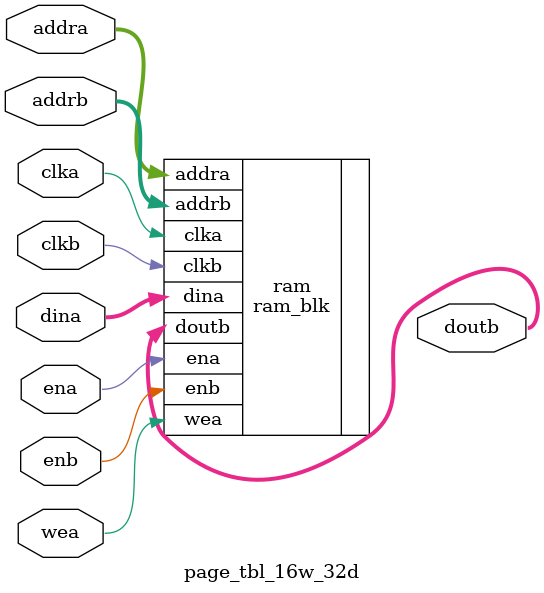
<source format=v>

module page_tbl_16w_32d #(
    parameter ADDR_BITS = 5,
    parameter DATA_BITS = 16
)
(
    input [(ADDR_BITS - 1):0] addra,
    input clka,
    input [(DATA_BITS - 1):0] dina,
    input ena,
    input wea,

    input [(ADDR_BITS - 1):0] addrb,
    input clkb,
    output [(DATA_BITS - 1):0] doutb,
    input enb
);
    ram_blk #(
        .ADDR_BITS(ADDR_BITS),
        .DATA_BITS(DATA_BITS)
    ) ram (
        .addra(addra),
        .clka(clka),
        .dina(dina),
        .ena(ena),
        .wea(wea),
        .addrb(addrb),
        .clkb(clkb),
        .doutb(doutb),
        .enb(enb)
    );
endmodule
</source>
